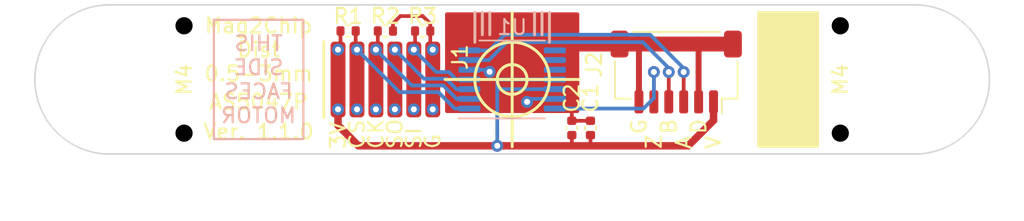
<source format=kicad_pcb>
(kicad_pcb (version 20221018) (generator pcbnew)
  (layers (0 "F.Cu" signal) (31 "B.Cu" signal) (34 "B.Paste" user) (35 "F.Paste" user) (36 "B.SilkS" user "B.Silkscreen") (37 "F.SilkS" user "F.Silkscreen") (38 "B.Mask" user) (39 "F.Mask" user) (44 "Edge.Cuts" user))
  (net 0 "")
  (net 1 "CSn")
  (net 2 "CLK")
  (net 3 "MISO")
  (net 4 "MOSI")
  (net 5 "GND")
  (net 6 "ENC_B")
  (net 7 "ENC_A")
  (net 11 "+3.3V")
  (net 12 "ENC_I")
  (footprint "custom-npth:JLC_Tooling_Hole" (layer "F.Cu") (at 128 103.6)
    (fp_text reference "JLCTH2" hide)
    (fp_text value "JLC_Tooling_Hole")
    (pad "" np_thru_hole circle (at 0 0) (size 1.3 1.3) (drill 1.152) (layers "*.Mask") (clearance 0.248))
  )
  (footprint "Resistor_SMD:R_0402_1005Metric" (layer "F.Cu") (at 144 96.75)
    (fp_text reference "R3" (at 0 -1) (layer "F.SilkS"))
    (fp_text value "10k")
    (fp_line (start -0.153641 -0.38) (end 0.153641 -0.38) (stroke (width 0.12)) (layer "F.SilkS"))
    (fp_line (start -0.153641 0.38) (end 0.153641 0.38) (stroke (width 0.12)) (layer "F.SilkS"))
    (pad "1" smd roundrect (at -0.51 0) (size 0.54 0.64) (layers "F.Cu" "F.Paste" "F.Mask") (net 4 "MOSI"))
    (pad "2" smd roundrect (at 0.51 0) (size 0.54 0.64) (layers "F.Cu" "F.Paste" "F.Mask") (net 5 "GND"))
  )
  (footprint "Capacitor_SMD:C_0402_1005Metric" (layer "F.Cu") (at 154 103.25 90)
    (fp_text reference "C2" (at 2 0 90) (layer "F.SilkS"))
    (fp_text value "0.1uF")
    (fp_line (start -0.107836 -0.36) (end 0.107836 -0.36) (stroke (width 0.12)) (layer "F.SilkS"))
    (fp_line (start -0.107836 0.36) (end 0.107836 0.36) (stroke (width 0.12)) (layer "F.SilkS"))
    (pad "1" smd roundrect (at -0.48 0 90) (size 0.56 0.62) (layers "F.Cu" "F.Paste" "F.Mask") (net 11 "+3.3V"))
    (pad "2" smd roundrect (at 0.48 0 90) (size 0.56 0.62) (layers "F.Cu" "F.Paste" "F.Mask") (net 5 "GND"))
  )
  (footprint "Capacitor_SMD:C_0402_1005Metric" (layer "F.Cu") (at 155.25 103.25 90)
    (fp_text reference "C1" (at 2 0 90) (layer "F.SilkS"))
    (fp_text value "1uF")
    (fp_line (start -0.107836 -0.36) (end 0.107836 -0.36) (stroke (width 0.12)) (layer "F.SilkS"))
    (fp_line (start -0.107836 0.36) (end 0.107836 0.36) (stroke (width 0.12)) (layer "F.SilkS"))
    (pad "1" smd roundrect (at -0.48 0 90) (size 0.56 0.62) (layers "F.Cu" "F.Paste" "F.Mask") (net 11 "+3.3V"))
    (pad "2" smd roundrect (at 0.48 0 90) (size 0.56 0.62) (layers "F.Cu" "F.Paste" "F.Mask") (net 5 "GND"))
  )
  (footprint "custom-npth:JLC_Tooling_Hole" (layer "F.Cu") (at 128 96.4)
    (fp_text reference "JLCTH1" hide)
    (fp_text value "JLC_Tooling_Hole")
    (pad "" np_thru_hole circle (at 0 0) (size 1.3 1.3) (drill 1.152) (layers "*.Mask") (clearance 0.248))
  )
  (footprint "custom-npth:JLC_Tooling_Hole" (layer "F.Cu") (at 172 103.6)
    (fp_text reference "JLCTH4" hide)
    (fp_text value "JLC_Tooling_Hole")
    (pad "" np_thru_hole circle (at 0 0) (size 1.3 1.3) (drill 1.152) (layers "*.Mask") (clearance 0.248))
  )
  (footprint "Connector_JST:JST_SH_SM06B-SRSS-TB_1x06-1MP_P1.00mm_Horizontal" (layer "F.Cu") (at 161 99.5 180)
    (fp_text reference "J2" (at 5.5 0.5 270) (layer "F.SilkS"))
    (fp_text value "SM06B-SRSS-TB")
    (fp_line (start -4.11 -1.785) (end -3.06 -1.785) (stroke (width 0.12)) (layer "F.SilkS"))
    (fp_line (start -4.11 0.715) (end -4.11 -1.785) (stroke (width 0.12)) (layer "F.SilkS"))
    (fp_line (start -3.06 -1.785) (end -3.06 -2.775) (stroke (width 0.12)) (layer "F.SilkS"))
    (fp_line (start -2.94 2.685) (end 2.94 2.685) (stroke (width 0.12)) (layer "F.SilkS"))
    (fp_line (start 4.11 -1.785) (end 3.06 -1.785) (stroke (width 0.12)) (layer "F.SilkS"))
    (fp_line (start 4.11 0.715) (end 4.11 -1.785) (stroke (width 0.12)) (layer "F.SilkS"))
    (pad "1" smd roundrect (at -2.5 -2 180) (size 0.6 1.55) (layers "F.Cu" "F.Paste" "F.Mask") (net 11 "+3.3V"))
    (pad "2" smd roundrect (at -1.5 -2 180) (size 0.6 1.55) (layers "F.Cu" "F.Paste" "F.Mask") (net 5 "GND"))
    (pad "3" smd roundrect (at -0.5 -2 180) (size 0.6 1.55) (layers "F.Cu" "F.Paste" "F.Mask") (net 7 "ENC_A"))
    (pad "4" smd roundrect (at 0.5 -2 180) (size 0.6 1.55) (layers "F.Cu" "F.Paste" "F.Mask") (net 6 "ENC_B"))
    (pad "5" smd roundrect (at 1.5 -2 180) (size 0.6 1.55) (layers "F.Cu" "F.Paste" "F.Mask") (net 12 "ENC_I"))
    (pad "6" smd roundrect (at 2.5 -2 180) (size 0.6 1.55) (layers "F.Cu" "F.Paste" "F.Mask") (net 5 "GND"))
    (pad "MP" smd roundrect (at -3.8 1.875 180) (size 1.2 1.8) (layers "F.Cu" "F.Paste" "F.Mask") (roundrect_rratio 0.2083333333) (net 5 "GND"))
    (pad "MP" smd roundrect (at 3.8 1.875 180) (size 1.2 1.8) (layers "F.Cu" "F.Paste" "F.Mask") (roundrect_rratio 0.2083333333) (net 5 "GND"))
  )
  (footprint "custom-npth:JLC_Tooling_Hole" (layer "F.Cu") (at 172 96.4)
    (fp_text reference "JLCTH3" hide)
    (fp_text value "JLC_Tooling_Hole")
    (pad "" np_thru_hole circle (at 0 0) (size 1.3 1.3) (drill 1.152) (layers "*.Mask") (clearance 0.248))
  )
  (footprint "wirepad:WirePad_1x6_P1.27mm_L5.08mm" (layer "F.Cu") (at 141.5 100)
    (fp_text reference "J1" (at 5 -1.5 90 unlocked) (layer "F.SilkS"))
    (fp_text value "Conn_01x06")
    (fp_line (start -4.1275 -2.54) (end -4.1275 2.54) (stroke (width 0.2)) (layer "F.SilkS"))
    (pad "1" smd roundrect (at -3.175 0) (size 1 5.08) (layers "F.Cu" "F.Paste" "F.Mask") (net 11 "+3.3V"))
    (pad "2" smd roundrect (at -1.905 0) (size 1 5.08) (layers "F.Cu" "F.Paste" "F.Mask") (net 1 "CSn"))
    (pad "3" smd roundrect (at -0.635 0) (size 1 5.08) (layers "F.Cu" "F.Paste" "F.Mask") (net 2 "CLK"))
    (pad "4" smd roundrect (at 0.635 0) (size 1 5.08) (layers "F.Cu" "F.Paste" "F.Mask") (net 3 "MISO"))
    (pad "5" smd roundrect (at 1.905 0) (size 1 5.08) (layers "F.Cu" "F.Paste" "F.Mask") (net 4 "MOSI"))
    (pad "6" smd roundrect (at 3.175 0) (size 1 5.08) (layers "F.Cu" "F.Paste" "F.Mask") (net 5 "GND"))
  )
  (footprint "MountingHole:MountingHole_4mm" (layer "F.Cu") (at 123 100)
    (fp_text reference "MH1" hide)
    (fp_text value "MountingHole_4mm")
    (pad "" np_thru_hole circle (at 0 0) (size 4 4) (drill 4) (layers "*.Cu" "*.Mask"))
  )
  (footprint "Resistor_SMD:R_0402_1005Metric" (layer "F.Cu") (at 141.5 96.75)
    (fp_text reference "R2" (at 0 -1) (layer "F.SilkS"))
    (fp_text value "10k")
    (fp_line (start -0.153641 -0.38) (end 0.153641 -0.38) (stroke (width 0.12)) (layer "F.SilkS"))
    (fp_line (start -0.153641 0.38) (end 0.153641 0.38) (stroke (width 0.12)) (layer "F.SilkS"))
    (pad "1" smd roundrect (at -0.51 0) (size 0.54 0.64) (layers "F.Cu" "F.Paste" "F.Mask") (net 2 "CLK"))
    (pad "2" smd roundrect (at 0.51 0) (size 0.54 0.64) (layers "F.Cu" "F.Paste" "F.Mask") (net 5 "GND"))
  )
  (footprint "Resistor_SMD:R_0402_1005Metric" (layer "F.Cu") (at 139 96.75)
    (fp_text reference "R1" (at 0 -1) (layer "F.SilkS"))
    (fp_text value "10k")
    (fp_line (start -0.153641 -0.38) (end 0.153641 -0.38) (stroke (width 0.12)) (layer "F.SilkS"))
    (fp_line (start -0.153641 0.38) (end 0.153641 0.38) (stroke (width 0.12)) (layer "F.SilkS"))
    (pad "1" smd roundrect (at -0.51 0) (size 0.54 0.64) (layers "F.Cu" "F.Paste" "F.Mask") (net 11 "+3.3V"))
    (pad "2" smd roundrect (at 0.51 0) (size 0.54 0.64) (layers "F.Cu" "F.Paste" "F.Mask") (net 1 "CSn"))
  )
  (footprint "MountingHole:MountingHole_4mm" (layer "F.Cu") (at 177 100)
    (fp_text reference "MH2" hide)
    (fp_text value "MountingHole_4mm")
    (pad "" np_thru_hole circle (at 0 0) (size 4 4) (drill 4) (layers "*.Cu" "*.Mask"))
  )
  (footprint "Package_SO:TSSOP-14_4.4x5mm_P0.65mm" (layer "B.Cu") (at 150 100)
    (fp_text reference "U1" (at 0 -3.5) (layer "B.SilkS") (effects (justify mirror)))
    (fp_text value "AS5047P")
    (fp_line (start 0 -2.61) (end -2.2 -2.61) (stroke (width 0.12)) (layer "B.SilkS"))
    (fp_line (start 0 -2.61) (end 2.2 -2.61) (stroke (width 0.12)) (layer "B.SilkS"))
    (fp_line (start 0 2.61) (end -3.6 2.61) (stroke (width 0.12)) (layer "B.SilkS"))
    (fp_line (start 0 2.61) (end 2.2 2.61) (stroke (width 0.12)) (layer "B.SilkS"))
    (pad "1" smd roundrect (at -2.8625 1.95) (size 1.475 0.4) (layers "B.Cu" "B.Paste" "B.Mask") (net 1 "CSn"))
    (pad "2" smd roundrect (at -2.8625 1.3) (size 1.475 0.4) (layers "B.Cu" "B.Paste" "B.Mask") (net 2 "CLK"))
    (pad "3" smd roundrect (at -2.8625 0.65) (size 1.475 0.4) (layers "B.Cu" "B.Paste" "B.Mask") (net 3 "MISO"))
    (pad "4" smd roundrect (at -2.8625 0) (size 1.475 0.4) (layers "B.Cu" "B.Paste" "B.Mask") (net 4 "MOSI"))
    (pad "5" smd roundrect (at -2.8625 -0.65) (size 1.475 0.4) (layers "B.Cu" "B.Paste" "B.Mask") (net 5 "GND"))
    (pad "6" smd roundrect (at -2.8625 -1.3) (size 1.475 0.4) (layers "B.Cu" "B.Paste" "B.Mask") (net 6 "ENC_B"))
    (pad "7" smd roundrect (at -2.8625 -1.95) (size 1.475 0.4) (layers "B.Cu" "B.Paste" "B.Mask") (net 7 "ENC_A"))
    (pad "8" smd roundrect (at 2.8625 -1.95) (size 1.475 0.4) (layers "B.Cu" "B.Paste" "B.Mask"))
    (pad "9" smd roundrect (at 2.8625 -1.3) (size 1.475 0.4) (layers "B.Cu" "B.Paste" "B.Mask"))
    (pad "10" smd roundrect (at 2.8625 -0.65) (size 1.475 0.4) (layers "B.Cu" "B.Paste" "B.Mask"))
    (pad "11" smd roundrect (at 2.8625 0) (size 1.475 0.4) (layers "B.Cu" "B.Paste" "B.Mask") (net 11 "+3.3V"))
    (pad "12" smd roundrect (at 2.8625 0.65) (size 1.475 0.4) (layers "B.Cu" "B.Paste" "B.Mask") (net 11 "+3.3V"))
    (pad "13" smd roundrect (at 2.8625 1.3) (size 1.475 0.4) (layers "B.Cu" "B.Paste" "B.Mask") (net 5 "GND"))
    (pad "14" smd roundrect (at 2.8625 1.95) (size 1.475 0.4) (layers "B.Cu" "B.Paste" "B.Mask") (net 12 "ENC_I"))
  )
  (gr_line (start 151.5 95.5) (end 151.5 97) (stroke (width 0.2)) (layer "B.SilkS"))
  (gr_line (start 152 95.5) (end 152 97) (stroke (width 0.2)) (layer "B.SilkS"))
  (gr_line (start 147.5 95.5) (end 147.5 97.5) (stroke (width 0.2)) (layer "B.SilkS"))
  (gr_line (start 148 95.5) (end 148 97) (stroke (width 0.2)) (layer "B.SilkS"))
  (gr_line (start 152.5 95.5) (end 152.5 97.5) (stroke (width 0.2)) (layer "B.SilkS"))
  (gr_line (start 148.5 95.5) (end 148.5 97) (stroke (width 0.2)) (layer "B.SilkS"))
  (gr_rect (start 130 96) (end 136 104) (stroke (width 0.15)) (fill none) (layer "B.SilkS"))
  (gr_line (start 150 95.5) (end 150 104.5) (stroke (width 0.2)) (layer "F.SilkS"))
  (gr_rect (start 166.5 95.5) (end 170.5 104.5) (stroke (width 0.15)) (fill solid) (layer "F.SilkS"))
  (gr_circle (center 150 100) (end 152.5 100) (stroke (width 0.2)) (fill none) (layer "F.SilkS"))
  (gr_line (start 154.5 100) (end 145.5 100) (stroke (width 0.2)) (layer "F.SilkS"))
  (gr_circle (center 150 100) (end 151 100) (stroke (width 0.2)) (fill none) (layer "F.SilkS"))
  (gr_line (start 123 95) (end 177 95) (stroke (width 0.1)) (layer "Edge.Cuts"))
  (gr_line (start 177 105) (end 123 105) (stroke (width 0.1)) (layer "Edge.Cuts"))
  (gr_arc (start 123 105) (mid 118 100) (end 123 95) (stroke (width 0.1)) (layer "Edge.Cuts"))
  (gr_arc (start 177 95) (mid 182 100) (end 177 105) (stroke (width 0.1)) (layer "Edge.Cuts"))
  (gr_text "THIS\nSIDE\nFACES\nMOTOR" (at 133 100) (layer "B.SilkS") (effects (font (size 1 1)) (justify mirror)))
  (gr_text "M4" (at 128 100 90) (layer "F.SilkS") (effects (font (size 1 1))))
  (gr_text "CS" (at 139.595 104.75 90) (layer "F.SilkS") (effects (font (size 1 1)) (justify left)))
  (gr_text "3V" (at 138.325 104.75 90) (layer "F.SilkS") (effects (font (size 1 1)) (justify left)))
  (gr_text "AS5047P" (at 133 101.5) (layer "F.SilkS") (effects (font (size 1 1))))
  (gr_text "A" (at 161.5 104.75 90) (layer "F.SilkS") (effects (font (size 1 1)) (justify left)))
  (gr_text "CK" (at 140.865 104.75 90) (layer "F.SilkS") (effects (font (size 1 1)) (justify left)))
  (gr_text "G" (at 158.5 103.75 90) (layer "F.SilkS") (effects (font (size 1 1)) (justify left)))
  (gr_text "D" (at 162.5 103.75 90) (layer "F.SilkS") (effects (font (size 1 1)) (justify left)))
  (gr_text "V" (at 163.5 104.75 90) (layer "F.SilkS") (effects (font (size 1 1)) (justify left)))
  (gr_text "G" (at 144.675 104.75 90) (layer "F.SilkS") (effects (font (size 1 1)) (justify left)))
  (gr_text "M4" (at 172 100 90) (layer "F.SilkS") (effects (font (size 1 1))))
  (gr_text "SO" (at 142.135 104.75 90) (layer "F.SilkS") (effects (font (size 1 1)) (justify left)))
  (gr_text "B" (at 160.5 103.75 90) (layer "F.SilkS") (effects (font (size 1 1)) (justify left)))
  (gr_text "Z" (at 159.5 104.75 90) (layer "F.SilkS") (effects (font (size 1 1)) (justify left)))
  (gr_text "SI" (at 143.405 104.75 90) (layer "F.SilkS") (effects (font (size 1 1)) (justify left)))
  (gr_text "Ver. 1.1.0" (at 133 103.5) (layer "F.SilkS") (effects (font (size 1 1))))
  (gr_text "Mag2Chip\nDist\n0.5-3mm" (at 133 98) (layer "F.SilkS") (effects (font (size 1 1))))
  (segment (start 139.51 97.915) (end 139.595 98) (width 0.25) (layer "F.Cu") (net 1))
  (segment (start 139.51 96.75) (end 139.51 97.915) (width 0.25) (layer "F.Cu") (net 1))
  (segment (start 139.595 98) (end 139.595 100) (width 0.25) (layer "F.Cu") (net 1))
  (segment (start 139.595 102) (end 139.595 100) (width 0.25) (layer "F.Cu") (net 1))
  (via (at 139.595 98) (size 0.8) (drill 0.4) (layers "F.Cu" "B.Cu") (net 1))
  (via (at 139.595 102) (size 0.8) (drill 0.4) (layers "F.Cu" "B.Cu") (net 1))
  (segment (start 145.05 100.85) (end 142.445 100.85) (width 0.25) (layer "B.Cu") (net 1))
  (segment (start 147.1375 101.95) (end 146.15 101.95) (width 0.25) (layer "B.Cu") (net 1))
  (segment (start 142.445 100.85) (end 139.595 98) (width 0.25) (layer "B.Cu") (net 1))
  (segment (start 146.15 101.95) (end 145.05 100.85) (width 0.25) (layer "B.Cu") (net 1))
  (segment (start 140.99 96.75) (end 140.99 97.875) (width 0.25) (layer "F.Cu") (net 2))
  (segment (start 140.865 98) (end 140.865 100) (width 0.25) (layer "F.Cu") (net 2))
  (segment (start 140.865 102) (end 140.865 100) (width 0.25) (layer "F.Cu") (net 2))
  (segment (start 140.99 97.875) (end 140.865 98) (width 0.25) (layer "F.Cu") (net 2))
  (via (at 140.865 98) (size 0.8) (drill 0.4) (layers "F.Cu" "B.Cu") (net 2))
  (via (at 140.865 102) (size 0.8) (drill 0.4) (layers "F.Cu" "B.Cu") (net 2))
  (segment (start 147.1375 101.3) (end 146.277208 101.3) (width 0.25) (layer "B.Cu") (net 2))
  (segment (start 146.277208 101.3) (end 145.377208 100.4) (width 0.25) (layer "B.Cu") (net 2))
  (segment (start 145.377208 100.4) (end 143.265 100.4) (width 0.25) (layer "B.Cu") (net 2))
  (segment (start 143.265 100.4) (end 140.865 98) (width 0.25) (layer "B.Cu") (net 2))
  (segment (start 142.135 102) (end 142.135 100) (width 0.25) (layer "F.Cu") (net 3))
  (segment (start 142.135 98) (end 142.135 100) (width 0.25) (layer "F.Cu") (net 3))
  (via (at 142.135 98) (size 0.8) (drill 0.4) (layers "F.Cu" "B.Cu") (net 3))
  (via (at 142.135 102) (size 0.8) (drill 0.4) (layers "F.Cu" "B.Cu") (net 3))
  (segment (start 145.563604 99.95) (end 144.085 99.95) (width 0.25) (layer "B.Cu") (net 3))
  (segment (start 147.1375 100.65) (end 146.263604 100.65) (width 0.25) (layer "B.Cu") (net 3))
  (segment (start 144.085 99.95) (end 142.135 98) (width 0.25) (layer "B.Cu") (net 3))
  (segment (start 146.263604 100.65) (end 145.563604 99.95) (width 0.25) (layer "B.Cu") (net 3))
  (segment (start 143.49 96.75) (end 143.49 97.915) (width 0.25) (layer "F.Cu") (net 4))
  (segment (start 143.405 100) (end 143.405 98) (width 0.25) (layer "F.Cu") (net 4))
  (segment (start 143.405 100) (end 143.405 102) (width 0.25) (layer "F.Cu") (net 4))
  (segment (start 143.49 97.915) (end 143.405 98) (width 0.25) (layer "F.Cu") (net 4))
  (via (at 143.405 102) (size 0.8) (drill 0.4) (layers "F.Cu" "B.Cu") (net 4))
  (via (at 143.405 98) (size 0.8) (drill 0.4) (layers "F.Cu" "B.Cu") (net 4))
  (segment (start 147.1375 100) (end 146.25 100) (width 0.25) (layer "B.Cu") (net 4))
  (segment (start 145.75 99.5) (end 144.905 99.5) (width 0.25) (layer "B.Cu") (net 4))
  (segment (start 146.25 100) (end 145.75 99.5) (width 0.25) (layer "B.Cu") (net 4))
  (segment (start 144.905 99.5) (end 143.405 98) (width 0.25) (layer "B.Cu") (net 4))
  (segment (start 155.25 102.77) (end 154 102.77) (width 0.25) (layer "F.Cu") (net 5))
  (segment (start 144.51 97.835) (end 144.675 98) (width 0.25) (layer "F.Cu") (net 5))
  (segment (start 144.675 102) (end 144.675 100) (width 0.25) (layer "F.Cu") (net 5))
  (segment (start 158.5 97.625) (end 162.5 97.625) (width 1) (layer "F.Cu") (net 5))
  (segment (start 154 102.77) (end 154 102) (width 0.25) (layer "F.Cu") (net 5))
  (segment (start 157.2 97.625) (end 158.5 97.625) (width 1) (layer "F.Cu") (net 5))
  (segment (start 144 95.75) (end 144.51 96.26) (width 0.25) (layer "F.Cu") (net 5))
  (segment (start 144.675 98) (end 144.675 100) (width 0.25) (layer "F.Cu") (net 5))
  (segment (start 162.5 97.625) (end 164.8 97.625) (width 1) (layer "F.Cu") (net 5))
  (segment (start 158.5 101.5) (end 158.5 97.625) (width 0.4) (layer "F.Cu") (net 5))
  (segment (start 144.51 96.75) (end 144.51 97.835) (width 0.25) (layer "F.Cu") (net 5))
  (segment (start 157.2 97.625) (end 154 97.625) (width 1) (layer "F.Cu") (net 5))
  (segment (start 142.5 95.75) (end 144 95.75) (width 0.25) (layer "F.Cu") (net 5))
  (segment (start 144.675 100) (end 146 100) (width 1) (layer "F.Cu") (net 5))
  (segment (start 144.51 96.26) (end 144.51 96.75) (width 0.25) (layer "F.Cu") (net 5))
  (segment (start 142.01 96.75) (end 142.01 96.24) (width 0.25) (layer "F.Cu") (net 5))
  (segment (start 142.01 96.24) (end 142.5 95.75) (width 0.25) (layer "F.Cu") (net 5))
  (segment (start 162.5 101.5) (end 162.5 97.625) (width 0.4) (layer "F.Cu") (net 5))
  (via (at 144.675 98) (size 0.8) (drill 0.4) (layers "F.Cu" "B.Cu") (net 5))
  (via (at 148.487701 99.487701) (size 0.8) (drill 0.4) (layers "F.Cu" "B.Cu") (net 5))
  (via (at 144.675 102) (size 0.8) (drill 0.4) (layers "F.Cu" "B.Cu") (net 5))
  (via (at 151 101.5) (size 0.8) (drill 0.4) (layers "F.Cu" "B.Cu") (net 5))
  (segment (start 148.487701 99.487701) (end 148.35 99.35) (width 0.25) (layer "B.Cu") (net 5))
  (segment (start 151.2 101.3) (end 152.8625 101.3) (width 0.25) (layer "B.Cu") (net 5))
  (segment (start 148.35 99.35) (end 147.1375 99.35) (width 0.25) (layer "B.Cu") (net 5))
  (segment (start 151 101.5) (end 151.2 101.3) (width 0.25) (layer "B.Cu") (net 5))
  (segment (start 160.5 101.5) (end 160.5 99.5) (width 0.25) (layer "F.Cu") (net 6))
  (via (at 160.5 99.5) (size 0.8) (drill 0.4) (layers "F.Cu" "B.Cu") (net 6))
  (segment (start 148.436396 98.7) (end 149.636396 97.5) (width 0.25) (layer "B.Cu") (net 6))
  (segment (start 147.1375 98.7) (end 148.436396 98.7) (width 0.25) (layer "B.Cu") (net 6))
  (segment (start 160.5 99.237347) (end 160.5 99.5) (width 0.25) (layer "B.Cu") (net 6))
  (segment (start 149.636396 97.5) (end 158.762653 97.5) (width 0.25) (layer "B.Cu") (net 6))
  (segment (start 158.762653 97.5) (end 160.5 99.237347) (width 0.25) (layer "B.Cu") (net 6))
  (segment (start 161.5 101.5) (end 161.5 99.5) (width 0.25) (layer "F.Cu") (net 7))
  (via (at 161.5 99.5) (size 0.8) (drill 0.4) (layers "F.Cu" "B.Cu") (net 7))
  (segment (start 147.1375 98.05) (end 148.45 98.05) (width 0.25) (layer "B.Cu") (net 7))
  (segment (start 148.45 98.05) (end 149.5 97) (width 0.25) (layer "B.Cu") (net 7))
  (segment (start 149.5 97) (end 159.25 97) (width 0.25) (layer "B.Cu") (net 7))
  (segment (start 159.25 97) (end 161.5 99.25) (width 0.25) (layer "B.Cu") (net 7))
  (segment (start 161.5 99.25) (end 161.5 99.5) (width 0.25) (layer "B.Cu") (net 7))
  (segment (start 139.6981 104.4481) (end 138.325 103.075) (width 0.5) (layer "F.Cu") (net 11))
  (segment (start 155.25 103.73) (end 155.25 104.4481) (width 0.25) (layer "F.Cu") (net 11))
  (segment (start 161.8019 104.4481) (end 163.5 102.75) (width 0.5) (layer "F.Cu") (net 11))
  (segment (start 149 104.4481) (end 139.6981 104.4481) (width 0.5) (layer "F.Cu") (net 11))
  (segment (start 149 104.4481) (end 154 104.4481) (width 0.5) (layer "F.Cu") (net 11))
  (segment (start 154 104.4481) (end 155.25 104.4481) (width 0.5) (layer "F.Cu") (net 11))
  (segment (start 138.325 98) (end 138.325 100) (width 0.25) (layer "F.Cu") (net 11))
  (segment (start 154 103.73) (end 154 104.4481) (width 0.25) (layer "F.Cu") (net 11))
  (segment (start 138.325 103.075) (end 138.325 102) (width 0.5) (layer "F.Cu") (net 11))
  (segment (start 163.5 102.75) (end 163.5 101.5) (width 0.5) (layer "F.Cu") (net 11))
  (segment (start 138.49 96.75) (end 138.49 97.835) (width 0.25) (layer "F.Cu") (net 11))
  (segment (start 155.25 104.4481) (end 161.8019 104.4481) (width 0.5) (layer "F.Cu") (net 11))
  (segment (start 138.325 102) (end 138.325 100) (width 0.25) (layer "F.Cu") (net 11))
  (segment (start 138.49 97.835) (end 138.325 98) (width 0.25) (layer "F.Cu") (net 11))
  (via (at 149 104.4481) (size 0.8) (drill 0.4) (layers "F.Cu" "B.Cu") (net 11))
  (via (at 138.325 98) (size 0.8) (drill 0.4) (layers "F.Cu" "B.Cu") (net 11))
  (via (at 138.325 102) (size 0.8) (drill 0.4) (layers "F.Cu" "B.Cu") (net 11))
  (segment (start 152.8625 100.65) (end 149 100.65) (width 0.25) (layer "B.Cu") (net 11))
  (segment (start 149 104.4481) (end 149 100) (width 0.25) (layer "B.Cu") (net 11))
  (segment (start 149 100) (end 152.8625 100) (width 0.25) (layer "B.Cu") (net 11))
  (segment (start 159.5 101.5) (end 159.5 99.5) (width 0.25) (layer "F.Cu") (net 12))
  (via (at 159.5 99.5) (size 0.8) (drill 0.4) (layers "F.Cu" "B.Cu") (net 12))
  (segment (start 158.8 101.95) (end 159.5 101.25) (width 0.25) (layer "B.Cu") (net 12))
  (segment (start 152.8625 101.95) (end 158.8 101.95) (width 0.25) (layer "B.Cu") (net 12))
  (segment (start 159.5 101.25) (end 159.5 99.5) (width 0.25) (layer "B.Cu") (net 12))
  (zone (net 5) (net_name "GND") (layer "F.Cu") (connect_pads yes (clearance 0.508)) (min_thickness 0.254) (fill yes (thermal_gap 0.508) (thermal_bridge_width 0.508))
    (polygon (pts (xy 154.5 102.25) (xy 145.5 102.25) (xy 145.5 95.5) (xy 154.5 95.5)))
  )
)
</source>
